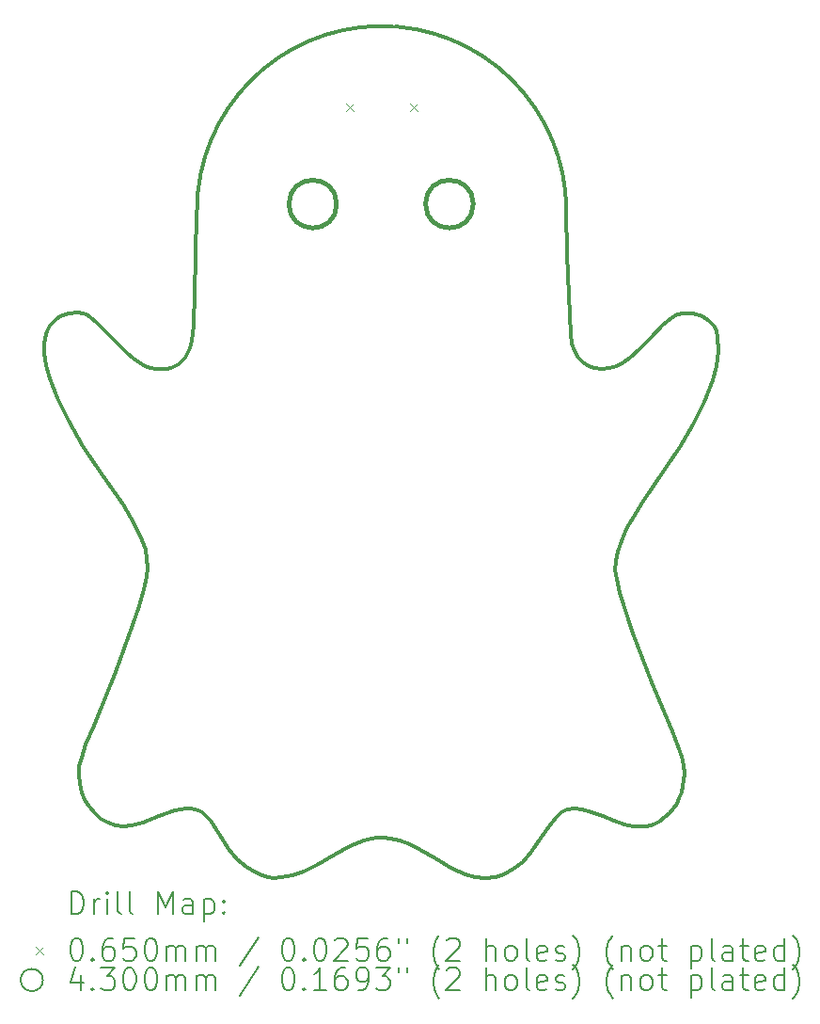
<source format=gbr>
%FSLAX45Y45*%
G04 Gerber Fmt 4.5, Leading zero omitted, Abs format (unit mm)*
G04 Created by KiCad (PCBNEW (6.0.6)) date 2022-10-05 22:34:14*
%MOMM*%
%LPD*%
G01*
G04 APERTURE LIST*
%TA.AperFunction,Profile*%
%ADD10C,0.300000*%
%TD*%
%ADD11C,0.200000*%
%ADD12C,0.065000*%
%ADD13C,0.430000*%
G04 APERTURE END LIST*
D10*
X14165534Y-12948374D02*
X14032297Y-12867136D01*
X15352915Y-12504058D02*
X15297854Y-12533234D01*
X16335806Y-12451747D02*
X16306145Y-12496456D01*
X11552212Y-10172466D02*
X11523596Y-10086528D01*
X11851240Y-8498668D02*
X11880884Y-8472019D01*
X11017384Y-11924848D02*
X11088428Y-11753956D01*
X12029609Y-12514532D02*
X11995982Y-12501872D01*
X10947073Y-8039519D02*
X10986286Y-8044952D01*
X12304391Y-12857536D02*
X12217735Y-12723640D01*
X10961246Y-12275545D02*
X10954519Y-12195929D01*
X15658981Y-8543221D02*
X15726076Y-8536117D01*
X13931621Y-12814823D02*
X13845763Y-12783523D01*
X16294406Y-11804972D02*
X16350308Y-11936806D01*
X15120967Y-12752506D02*
X15030424Y-12882950D01*
X11573614Y-10327419D02*
X11568479Y-10251925D01*
X14702846Y-13113038D02*
X14613473Y-13120688D01*
X15866044Y-12637187D02*
X15776188Y-12607949D01*
X13584295Y-12768272D02*
X13524412Y-12782462D01*
X16629898Y-8107739D02*
X16656001Y-8134949D01*
X14869585Y-13042586D02*
X14780369Y-13090543D01*
X10653353Y-8261287D02*
X10669792Y-8206291D01*
X12002585Y-7545233D02*
X12016994Y-7121818D01*
X14520308Y-13113476D02*
X14431405Y-13091417D01*
X14032297Y-12867136D02*
X13931621Y-12814823D01*
X16350308Y-11936806D02*
X16383200Y-12030143D01*
X10991626Y-9234189D02*
X10861229Y-9013155D01*
X10958407Y-12119563D02*
X10976701Y-12037964D01*
X16342736Y-8052491D02*
X16398874Y-8041315D01*
X15838849Y-10090492D02*
X15806785Y-10184392D01*
X10788839Y-8071397D02*
X10865615Y-8045264D01*
X11531918Y-12622826D02*
X11428012Y-12653033D01*
X16179151Y-12612896D02*
X16126370Y-12640387D01*
X16709750Y-8379368D02*
X16695542Y-8515684D01*
X10644986Y-8322529D02*
X10653353Y-8261287D01*
X16100410Y-8265440D02*
X16215649Y-8147921D01*
X15450889Y-8441532D02*
X15492523Y-8485803D01*
X10979558Y-12350932D02*
X10961246Y-12275545D01*
X11651045Y-8543095D02*
X11704652Y-8546358D01*
X15943489Y-12655031D02*
X15866044Y-12637187D01*
X15186298Y-12655967D02*
X15120967Y-12752506D01*
X11428012Y-12653033D02*
X11351098Y-12662180D01*
X11564779Y-10410390D02*
X11573614Y-10327419D01*
X13397185Y-12831824D02*
X13255562Y-12910424D01*
X13524412Y-12782462D02*
X13397185Y-12831824D01*
X13845763Y-12783523D02*
X13757014Y-12765305D01*
X11022754Y-8056286D02*
X11060345Y-8081138D01*
X15343001Y-7121818D02*
X15352757Y-7514542D01*
X15794311Y-10430965D02*
X15827561Y-10558210D01*
X14780369Y-13090543D02*
X14702846Y-13113038D01*
X15917950Y-8441203D02*
X15997237Y-8369456D01*
X16239424Y-9435007D02*
X16027054Y-9742620D01*
X15671438Y-12567251D02*
X15568234Y-12527444D01*
X16401230Y-12241624D02*
X16393160Y-12298166D01*
X16656001Y-8134949D02*
X16676669Y-8165921D01*
X11258182Y-8271340D02*
X11388112Y-8402427D01*
X12658993Y-13116395D02*
X12607367Y-13101095D01*
X15782494Y-10351413D02*
X15794311Y-10430965D01*
X11995982Y-12501872D02*
X11959468Y-12495785D01*
X13095145Y-13006432D02*
X12974659Y-13067440D01*
X15352757Y-7514542D02*
X15370726Y-8059048D01*
X12544627Y-13072903D02*
X12457892Y-13021528D01*
X11918413Y-12496378D02*
X11816068Y-12518263D01*
X15885572Y-9986929D02*
X15838849Y-10090492D01*
X15492523Y-8485803D02*
X15541525Y-8517729D01*
X14613473Y-13120688D02*
X14520308Y-13113476D01*
X15413390Y-12494348D02*
X15352915Y-12504058D01*
X11568479Y-10251925D02*
X11552212Y-10172466D01*
X11539006Y-10526926D02*
X11564779Y-10410390D01*
X12136402Y-12609136D02*
X12095783Y-12563365D01*
X16403525Y-12182974D02*
X16401230Y-12241624D01*
X11424296Y-9885115D02*
X11351128Y-9764601D01*
X16584065Y-8841748D02*
X16484858Y-9042924D01*
X15343006Y-7121818D02*
G75*
G03*
X13668430Y-5458855I-1661546J1468D01*
G01*
X13255562Y-12910424D02*
X13095145Y-13006432D01*
X11704652Y-8546358D02*
X11745397Y-8543346D01*
X11497340Y-10673856D02*
X11539006Y-10526926D01*
X12457892Y-13021528D02*
X12381134Y-12953278D01*
X16360283Y-12403555D02*
X16335806Y-12451747D01*
X11008642Y-12420977D02*
X10979558Y-12350932D01*
X10861229Y-9013155D02*
X10760849Y-8809870D01*
X11498074Y-8487162D02*
X11549200Y-8514403D01*
X15806785Y-10184392D02*
X15788348Y-10270672D01*
X10865615Y-8045264D02*
X10947073Y-8039519D01*
X16564240Y-8065901D02*
X16629898Y-8107739D01*
X15997237Y-8369456D02*
X16100410Y-8265440D01*
X15597239Y-8536975D02*
X15658981Y-8543221D01*
X12381134Y-12953278D02*
X12304391Y-12857536D01*
X16398874Y-8041315D02*
X16485343Y-8042906D01*
X11444855Y-8450133D02*
X11498074Y-8487162D01*
X11351098Y-12662180D02*
X11288153Y-12653080D01*
X11959468Y-12495785D02*
X11918413Y-12496378D01*
X11675771Y-12568750D02*
X11531918Y-12622826D01*
X11523596Y-10086528D02*
X11481370Y-9991581D01*
X15568234Y-12527444D02*
X15483686Y-12502637D01*
X11549200Y-8514403D02*
X11599717Y-8532747D01*
X10644644Y-8389828D02*
X10644986Y-8322529D01*
X11388112Y-8402427D02*
X11444855Y-8450133D01*
X16484858Y-9042924D02*
X16368463Y-9243493D01*
X10694378Y-8157740D02*
X10727146Y-8115841D01*
X11117261Y-8129984D02*
X11258182Y-8271340D01*
X16692796Y-8206415D02*
X16703645Y-8256932D01*
X15797840Y-8515356D02*
X15854242Y-8487552D01*
X16383200Y-12030143D02*
X16398998Y-12105404D01*
X15297854Y-12533234D02*
X15243794Y-12583378D01*
X11217032Y-12626026D02*
X11152714Y-12588200D01*
X11440861Y-10848025D02*
X11497340Y-10673856D01*
X16126370Y-12640387D02*
X16071154Y-12656591D01*
X16695542Y-8515684D02*
X16661575Y-8648407D01*
X15776188Y-12607949D02*
X15671438Y-12567251D01*
X12974659Y-13067440D02*
X12875000Y-13101751D01*
X10755449Y-8091457D02*
X10788839Y-8071397D01*
X11818738Y-8519461D02*
X11851240Y-8498668D01*
X12095783Y-12563365D02*
X12061985Y-12533579D01*
X16109650Y-11359048D02*
X16294406Y-11804972D01*
X10954519Y-12195929D02*
X10958407Y-12119563D01*
X10727146Y-8115841D02*
X10755449Y-8091457D01*
X15541525Y-8517729D02*
X15597239Y-8536975D01*
X10652230Y-8462950D02*
X10644644Y-8389828D01*
X13642570Y-12760811D02*
X13584295Y-12768272D01*
X14949794Y-12976505D02*
X14869585Y-13042586D01*
X14431405Y-13091417D02*
X14316431Y-13036466D01*
X16215649Y-8147921D02*
X16289036Y-8082481D01*
X11816068Y-12518263D02*
X11675771Y-12568750D01*
X16398998Y-12105404D02*
X16403525Y-12182974D01*
X15417325Y-8385238D02*
X15450889Y-8441532D01*
X11088428Y-11753956D02*
X11287811Y-11265460D01*
X14316431Y-13036466D02*
X14165534Y-12948374D01*
X16703645Y-8256932D02*
X16709750Y-8379368D01*
X12607367Y-13101095D02*
X12544627Y-13072903D01*
X11971318Y-8286530D02*
X11984273Y-8156678D01*
X16011022Y-12661493D02*
X15943489Y-12655031D01*
X12777025Y-13117597D02*
X12711539Y-13121123D01*
X11745397Y-8543346D02*
X11783426Y-8534370D01*
X16485343Y-8042906D02*
X16564240Y-8065901D01*
X15726076Y-8536117D02*
X15797840Y-8515356D01*
X15392488Y-8317252D02*
X15417325Y-8385238D01*
X16071154Y-12656591D02*
X16011022Y-12661493D01*
X11152714Y-12588200D02*
X11096017Y-12540697D01*
X12217735Y-12723640D02*
X12136402Y-12609136D01*
X15947954Y-9871659D02*
X15885572Y-9986929D01*
X16661575Y-8648407D02*
X16584065Y-8841748D01*
X16271489Y-12537371D02*
X16231993Y-12574151D01*
X11907641Y-8439564D02*
X11952241Y-8357389D01*
X11984273Y-8156678D02*
X12002585Y-7545233D01*
X15030424Y-12882950D02*
X14949794Y-12976505D01*
X15483686Y-12502637D02*
X15413390Y-12494348D01*
X10667716Y-8541721D02*
X10652230Y-8462950D01*
X11481370Y-9991581D02*
X11424296Y-9885115D01*
X11060345Y-8081138D02*
X11117261Y-8129984D01*
X12061985Y-12533579D02*
X12029609Y-12514532D01*
X13699925Y-12759872D02*
X13642570Y-12760811D01*
X13757014Y-12765305D02*
X13699925Y-12759872D01*
X11952241Y-8357389D02*
X11971318Y-8286530D01*
X12875000Y-13101751D02*
X12777025Y-13117597D01*
X16306145Y-12496456D02*
X16271489Y-12537371D01*
X15788348Y-10270672D02*
X15782494Y-10351413D01*
X11151544Y-9471351D02*
X10991626Y-9234189D01*
X11288153Y-12653080D02*
X11217032Y-12626026D01*
X15945331Y-10918774D02*
X16109650Y-11359048D01*
X10669792Y-8206291D02*
X10694378Y-8157740D01*
X15827561Y-10558210D02*
X15945331Y-10918774D01*
X11047730Y-12484591D02*
X11008642Y-12420977D01*
X15381451Y-8230519D02*
X15392488Y-8317252D01*
X16027054Y-9742620D02*
X15947954Y-9871659D01*
X15370726Y-8059048D02*
X15381451Y-8230519D01*
X10691023Y-8625927D02*
X10667716Y-8541721D01*
X11351128Y-9764601D02*
X11151544Y-9471351D01*
X16368463Y-9243493D02*
X16239424Y-9435007D01*
X13668430Y-5458855D02*
G75*
G03*
X12016994Y-7121818I11590J-1662985D01*
G01*
X10986286Y-8044952D02*
X11022754Y-8056286D01*
X11783426Y-8534370D02*
X11818738Y-8519461D01*
X11096017Y-12540697D02*
X11047730Y-12484591D01*
X11599717Y-8532747D02*
X11651045Y-8543095D01*
X15854242Y-8487552D02*
X15917950Y-8441203D01*
X10976701Y-12037964D02*
X11017384Y-11924848D01*
X11287811Y-11265460D02*
X11440861Y-10848025D01*
X15243794Y-12583378D02*
X15186298Y-12655967D01*
X10760849Y-8809870D02*
X10691023Y-8625927D01*
X16231993Y-12574151D02*
X16179151Y-12612896D01*
X16676669Y-8165921D02*
X16692796Y-8206415D01*
X16379470Y-12352258D02*
X16360283Y-12403555D01*
X11880884Y-8472019D02*
X11907641Y-8439564D01*
X16393160Y-12298166D02*
X16379470Y-12352258D01*
X16289036Y-8082481D02*
X16342736Y-8052491D01*
X12711539Y-13121123D02*
X12658993Y-13116395D01*
D11*
D12*
X13358500Y-6157800D02*
X13423500Y-6222800D01*
X13423500Y-6157800D02*
X13358500Y-6222800D01*
X13936500Y-6157800D02*
X14001500Y-6222800D01*
X14001500Y-6157800D02*
X13936500Y-6222800D01*
D13*
X13275000Y-7060000D02*
G75*
G03*
X13275000Y-7060000I-215000J0D01*
G01*
X14505000Y-7060000D02*
G75*
G03*
X14505000Y-7060000I-215000J0D01*
G01*
D11*
X10887263Y-13446600D02*
X10887263Y-13246600D01*
X10934882Y-13246600D01*
X10963454Y-13256123D01*
X10982501Y-13275171D01*
X10992025Y-13294219D01*
X11001549Y-13332314D01*
X11001549Y-13360885D01*
X10992025Y-13398981D01*
X10982501Y-13418028D01*
X10963454Y-13437076D01*
X10934882Y-13446600D01*
X10887263Y-13446600D01*
X11087263Y-13446600D02*
X11087263Y-13313266D01*
X11087263Y-13351361D02*
X11096787Y-13332314D01*
X11106311Y-13322790D01*
X11125358Y-13313266D01*
X11144406Y-13313266D01*
X11211073Y-13446600D02*
X11211073Y-13313266D01*
X11211073Y-13246600D02*
X11201549Y-13256123D01*
X11211073Y-13265647D01*
X11220596Y-13256123D01*
X11211073Y-13246600D01*
X11211073Y-13265647D01*
X11334882Y-13446600D02*
X11315835Y-13437076D01*
X11306311Y-13418028D01*
X11306311Y-13246600D01*
X11439644Y-13446600D02*
X11420596Y-13437076D01*
X11411073Y-13418028D01*
X11411073Y-13246600D01*
X11668216Y-13446600D02*
X11668216Y-13246600D01*
X11734882Y-13389457D01*
X11801549Y-13246600D01*
X11801549Y-13446600D01*
X11982501Y-13446600D02*
X11982501Y-13341838D01*
X11972977Y-13322790D01*
X11953930Y-13313266D01*
X11915835Y-13313266D01*
X11896787Y-13322790D01*
X11982501Y-13437076D02*
X11963454Y-13446600D01*
X11915835Y-13446600D01*
X11896787Y-13437076D01*
X11887263Y-13418028D01*
X11887263Y-13398981D01*
X11896787Y-13379933D01*
X11915835Y-13370409D01*
X11963454Y-13370409D01*
X11982501Y-13360885D01*
X12077739Y-13313266D02*
X12077739Y-13513266D01*
X12077739Y-13322790D02*
X12096787Y-13313266D01*
X12134882Y-13313266D01*
X12153930Y-13322790D01*
X12163454Y-13332314D01*
X12172977Y-13351361D01*
X12172977Y-13408504D01*
X12163454Y-13427552D01*
X12153930Y-13437076D01*
X12134882Y-13446600D01*
X12096787Y-13446600D01*
X12077739Y-13437076D01*
X12258692Y-13427552D02*
X12268216Y-13437076D01*
X12258692Y-13446600D01*
X12249168Y-13437076D01*
X12258692Y-13427552D01*
X12258692Y-13446600D01*
X12258692Y-13322790D02*
X12268216Y-13332314D01*
X12258692Y-13341838D01*
X12249168Y-13332314D01*
X12258692Y-13322790D01*
X12258692Y-13341838D01*
D12*
X10564644Y-13743623D02*
X10629644Y-13808623D01*
X10629644Y-13743623D02*
X10564644Y-13808623D01*
D11*
X10925358Y-13666600D02*
X10944406Y-13666600D01*
X10963454Y-13676123D01*
X10972978Y-13685647D01*
X10982501Y-13704695D01*
X10992025Y-13742790D01*
X10992025Y-13790409D01*
X10982501Y-13828504D01*
X10972978Y-13847552D01*
X10963454Y-13857076D01*
X10944406Y-13866600D01*
X10925358Y-13866600D01*
X10906311Y-13857076D01*
X10896787Y-13847552D01*
X10887263Y-13828504D01*
X10877739Y-13790409D01*
X10877739Y-13742790D01*
X10887263Y-13704695D01*
X10896787Y-13685647D01*
X10906311Y-13676123D01*
X10925358Y-13666600D01*
X11077739Y-13847552D02*
X11087263Y-13857076D01*
X11077739Y-13866600D01*
X11068216Y-13857076D01*
X11077739Y-13847552D01*
X11077739Y-13866600D01*
X11258692Y-13666600D02*
X11220596Y-13666600D01*
X11201549Y-13676123D01*
X11192025Y-13685647D01*
X11172978Y-13714219D01*
X11163454Y-13752314D01*
X11163454Y-13828504D01*
X11172978Y-13847552D01*
X11182501Y-13857076D01*
X11201549Y-13866600D01*
X11239644Y-13866600D01*
X11258692Y-13857076D01*
X11268216Y-13847552D01*
X11277739Y-13828504D01*
X11277739Y-13780885D01*
X11268216Y-13761838D01*
X11258692Y-13752314D01*
X11239644Y-13742790D01*
X11201549Y-13742790D01*
X11182501Y-13752314D01*
X11172978Y-13761838D01*
X11163454Y-13780885D01*
X11458692Y-13666600D02*
X11363454Y-13666600D01*
X11353930Y-13761838D01*
X11363454Y-13752314D01*
X11382501Y-13742790D01*
X11430120Y-13742790D01*
X11449168Y-13752314D01*
X11458692Y-13761838D01*
X11468216Y-13780885D01*
X11468216Y-13828504D01*
X11458692Y-13847552D01*
X11449168Y-13857076D01*
X11430120Y-13866600D01*
X11382501Y-13866600D01*
X11363454Y-13857076D01*
X11353930Y-13847552D01*
X11592025Y-13666600D02*
X11611073Y-13666600D01*
X11630120Y-13676123D01*
X11639644Y-13685647D01*
X11649168Y-13704695D01*
X11658692Y-13742790D01*
X11658692Y-13790409D01*
X11649168Y-13828504D01*
X11639644Y-13847552D01*
X11630120Y-13857076D01*
X11611073Y-13866600D01*
X11592025Y-13866600D01*
X11572977Y-13857076D01*
X11563454Y-13847552D01*
X11553930Y-13828504D01*
X11544406Y-13790409D01*
X11544406Y-13742790D01*
X11553930Y-13704695D01*
X11563454Y-13685647D01*
X11572977Y-13676123D01*
X11592025Y-13666600D01*
X11744406Y-13866600D02*
X11744406Y-13733266D01*
X11744406Y-13752314D02*
X11753930Y-13742790D01*
X11772977Y-13733266D01*
X11801549Y-13733266D01*
X11820596Y-13742790D01*
X11830120Y-13761838D01*
X11830120Y-13866600D01*
X11830120Y-13761838D02*
X11839644Y-13742790D01*
X11858692Y-13733266D01*
X11887263Y-13733266D01*
X11906311Y-13742790D01*
X11915835Y-13761838D01*
X11915835Y-13866600D01*
X12011073Y-13866600D02*
X12011073Y-13733266D01*
X12011073Y-13752314D02*
X12020596Y-13742790D01*
X12039644Y-13733266D01*
X12068216Y-13733266D01*
X12087263Y-13742790D01*
X12096787Y-13761838D01*
X12096787Y-13866600D01*
X12096787Y-13761838D02*
X12106311Y-13742790D01*
X12125358Y-13733266D01*
X12153930Y-13733266D01*
X12172977Y-13742790D01*
X12182501Y-13761838D01*
X12182501Y-13866600D01*
X12572977Y-13657076D02*
X12401549Y-13914219D01*
X12830120Y-13666600D02*
X12849168Y-13666600D01*
X12868216Y-13676123D01*
X12877739Y-13685647D01*
X12887263Y-13704695D01*
X12896787Y-13742790D01*
X12896787Y-13790409D01*
X12887263Y-13828504D01*
X12877739Y-13847552D01*
X12868216Y-13857076D01*
X12849168Y-13866600D01*
X12830120Y-13866600D01*
X12811073Y-13857076D01*
X12801549Y-13847552D01*
X12792025Y-13828504D01*
X12782501Y-13790409D01*
X12782501Y-13742790D01*
X12792025Y-13704695D01*
X12801549Y-13685647D01*
X12811073Y-13676123D01*
X12830120Y-13666600D01*
X12982501Y-13847552D02*
X12992025Y-13857076D01*
X12982501Y-13866600D01*
X12972977Y-13857076D01*
X12982501Y-13847552D01*
X12982501Y-13866600D01*
X13115835Y-13666600D02*
X13134882Y-13666600D01*
X13153930Y-13676123D01*
X13163454Y-13685647D01*
X13172977Y-13704695D01*
X13182501Y-13742790D01*
X13182501Y-13790409D01*
X13172977Y-13828504D01*
X13163454Y-13847552D01*
X13153930Y-13857076D01*
X13134882Y-13866600D01*
X13115835Y-13866600D01*
X13096787Y-13857076D01*
X13087263Y-13847552D01*
X13077739Y-13828504D01*
X13068216Y-13790409D01*
X13068216Y-13742790D01*
X13077739Y-13704695D01*
X13087263Y-13685647D01*
X13096787Y-13676123D01*
X13115835Y-13666600D01*
X13258692Y-13685647D02*
X13268216Y-13676123D01*
X13287263Y-13666600D01*
X13334882Y-13666600D01*
X13353930Y-13676123D01*
X13363454Y-13685647D01*
X13372977Y-13704695D01*
X13372977Y-13723742D01*
X13363454Y-13752314D01*
X13249168Y-13866600D01*
X13372977Y-13866600D01*
X13553930Y-13666600D02*
X13458692Y-13666600D01*
X13449168Y-13761838D01*
X13458692Y-13752314D01*
X13477739Y-13742790D01*
X13525358Y-13742790D01*
X13544406Y-13752314D01*
X13553930Y-13761838D01*
X13563454Y-13780885D01*
X13563454Y-13828504D01*
X13553930Y-13847552D01*
X13544406Y-13857076D01*
X13525358Y-13866600D01*
X13477739Y-13866600D01*
X13458692Y-13857076D01*
X13449168Y-13847552D01*
X13734882Y-13666600D02*
X13696787Y-13666600D01*
X13677739Y-13676123D01*
X13668216Y-13685647D01*
X13649168Y-13714219D01*
X13639644Y-13752314D01*
X13639644Y-13828504D01*
X13649168Y-13847552D01*
X13658692Y-13857076D01*
X13677739Y-13866600D01*
X13715835Y-13866600D01*
X13734882Y-13857076D01*
X13744406Y-13847552D01*
X13753930Y-13828504D01*
X13753930Y-13780885D01*
X13744406Y-13761838D01*
X13734882Y-13752314D01*
X13715835Y-13742790D01*
X13677739Y-13742790D01*
X13658692Y-13752314D01*
X13649168Y-13761838D01*
X13639644Y-13780885D01*
X13830120Y-13666600D02*
X13830120Y-13704695D01*
X13906311Y-13666600D02*
X13906311Y-13704695D01*
X14201549Y-13942790D02*
X14192025Y-13933266D01*
X14172977Y-13904695D01*
X14163454Y-13885647D01*
X14153930Y-13857076D01*
X14144406Y-13809457D01*
X14144406Y-13771361D01*
X14153930Y-13723742D01*
X14163454Y-13695171D01*
X14172977Y-13676123D01*
X14192025Y-13647552D01*
X14201549Y-13638028D01*
X14268216Y-13685647D02*
X14277739Y-13676123D01*
X14296787Y-13666600D01*
X14344406Y-13666600D01*
X14363454Y-13676123D01*
X14372977Y-13685647D01*
X14382501Y-13704695D01*
X14382501Y-13723742D01*
X14372977Y-13752314D01*
X14258692Y-13866600D01*
X14382501Y-13866600D01*
X14620596Y-13866600D02*
X14620596Y-13666600D01*
X14706311Y-13866600D02*
X14706311Y-13761838D01*
X14696787Y-13742790D01*
X14677739Y-13733266D01*
X14649168Y-13733266D01*
X14630120Y-13742790D01*
X14620596Y-13752314D01*
X14830120Y-13866600D02*
X14811073Y-13857076D01*
X14801549Y-13847552D01*
X14792025Y-13828504D01*
X14792025Y-13771361D01*
X14801549Y-13752314D01*
X14811073Y-13742790D01*
X14830120Y-13733266D01*
X14858692Y-13733266D01*
X14877739Y-13742790D01*
X14887263Y-13752314D01*
X14896787Y-13771361D01*
X14896787Y-13828504D01*
X14887263Y-13847552D01*
X14877739Y-13857076D01*
X14858692Y-13866600D01*
X14830120Y-13866600D01*
X15011073Y-13866600D02*
X14992025Y-13857076D01*
X14982501Y-13838028D01*
X14982501Y-13666600D01*
X15163454Y-13857076D02*
X15144406Y-13866600D01*
X15106311Y-13866600D01*
X15087263Y-13857076D01*
X15077739Y-13838028D01*
X15077739Y-13761838D01*
X15087263Y-13742790D01*
X15106311Y-13733266D01*
X15144406Y-13733266D01*
X15163454Y-13742790D01*
X15172977Y-13761838D01*
X15172977Y-13780885D01*
X15077739Y-13799933D01*
X15249168Y-13857076D02*
X15268216Y-13866600D01*
X15306311Y-13866600D01*
X15325358Y-13857076D01*
X15334882Y-13838028D01*
X15334882Y-13828504D01*
X15325358Y-13809457D01*
X15306311Y-13799933D01*
X15277739Y-13799933D01*
X15258692Y-13790409D01*
X15249168Y-13771361D01*
X15249168Y-13761838D01*
X15258692Y-13742790D01*
X15277739Y-13733266D01*
X15306311Y-13733266D01*
X15325358Y-13742790D01*
X15401549Y-13942790D02*
X15411073Y-13933266D01*
X15430120Y-13904695D01*
X15439644Y-13885647D01*
X15449168Y-13857076D01*
X15458692Y-13809457D01*
X15458692Y-13771361D01*
X15449168Y-13723742D01*
X15439644Y-13695171D01*
X15430120Y-13676123D01*
X15411073Y-13647552D01*
X15401549Y-13638028D01*
X15763454Y-13942790D02*
X15753930Y-13933266D01*
X15734882Y-13904695D01*
X15725358Y-13885647D01*
X15715835Y-13857076D01*
X15706311Y-13809457D01*
X15706311Y-13771361D01*
X15715835Y-13723742D01*
X15725358Y-13695171D01*
X15734882Y-13676123D01*
X15753930Y-13647552D01*
X15763454Y-13638028D01*
X15839644Y-13733266D02*
X15839644Y-13866600D01*
X15839644Y-13752314D02*
X15849168Y-13742790D01*
X15868216Y-13733266D01*
X15896787Y-13733266D01*
X15915835Y-13742790D01*
X15925358Y-13761838D01*
X15925358Y-13866600D01*
X16049168Y-13866600D02*
X16030120Y-13857076D01*
X16020596Y-13847552D01*
X16011073Y-13828504D01*
X16011073Y-13771361D01*
X16020596Y-13752314D01*
X16030120Y-13742790D01*
X16049168Y-13733266D01*
X16077739Y-13733266D01*
X16096787Y-13742790D01*
X16106311Y-13752314D01*
X16115835Y-13771361D01*
X16115835Y-13828504D01*
X16106311Y-13847552D01*
X16096787Y-13857076D01*
X16077739Y-13866600D01*
X16049168Y-13866600D01*
X16172977Y-13733266D02*
X16249168Y-13733266D01*
X16201549Y-13666600D02*
X16201549Y-13838028D01*
X16211073Y-13857076D01*
X16230120Y-13866600D01*
X16249168Y-13866600D01*
X16468216Y-13733266D02*
X16468216Y-13933266D01*
X16468216Y-13742790D02*
X16487263Y-13733266D01*
X16525358Y-13733266D01*
X16544406Y-13742790D01*
X16553930Y-13752314D01*
X16563454Y-13771361D01*
X16563454Y-13828504D01*
X16553930Y-13847552D01*
X16544406Y-13857076D01*
X16525358Y-13866600D01*
X16487263Y-13866600D01*
X16468216Y-13857076D01*
X16677739Y-13866600D02*
X16658692Y-13857076D01*
X16649168Y-13838028D01*
X16649168Y-13666600D01*
X16839644Y-13866600D02*
X16839644Y-13761838D01*
X16830120Y-13742790D01*
X16811073Y-13733266D01*
X16772977Y-13733266D01*
X16753930Y-13742790D01*
X16839644Y-13857076D02*
X16820597Y-13866600D01*
X16772977Y-13866600D01*
X16753930Y-13857076D01*
X16744406Y-13838028D01*
X16744406Y-13818981D01*
X16753930Y-13799933D01*
X16772977Y-13790409D01*
X16820597Y-13790409D01*
X16839644Y-13780885D01*
X16906311Y-13733266D02*
X16982501Y-13733266D01*
X16934882Y-13666600D02*
X16934882Y-13838028D01*
X16944406Y-13857076D01*
X16963454Y-13866600D01*
X16982501Y-13866600D01*
X17125358Y-13857076D02*
X17106311Y-13866600D01*
X17068216Y-13866600D01*
X17049168Y-13857076D01*
X17039644Y-13838028D01*
X17039644Y-13761838D01*
X17049168Y-13742790D01*
X17068216Y-13733266D01*
X17106311Y-13733266D01*
X17125358Y-13742790D01*
X17134882Y-13761838D01*
X17134882Y-13780885D01*
X17039644Y-13799933D01*
X17306311Y-13866600D02*
X17306311Y-13666600D01*
X17306311Y-13857076D02*
X17287263Y-13866600D01*
X17249168Y-13866600D01*
X17230120Y-13857076D01*
X17220597Y-13847552D01*
X17211073Y-13828504D01*
X17211073Y-13771361D01*
X17220597Y-13752314D01*
X17230120Y-13742790D01*
X17249168Y-13733266D01*
X17287263Y-13733266D01*
X17306311Y-13742790D01*
X17382501Y-13942790D02*
X17392025Y-13933266D01*
X17411073Y-13904695D01*
X17420597Y-13885647D01*
X17430120Y-13857076D01*
X17439644Y-13809457D01*
X17439644Y-13771361D01*
X17430120Y-13723742D01*
X17420597Y-13695171D01*
X17411073Y-13676123D01*
X17392025Y-13647552D01*
X17382501Y-13638028D01*
X10629644Y-14040123D02*
G75*
G03*
X10629644Y-14040123I-100000J0D01*
G01*
X10972978Y-13997266D02*
X10972978Y-14130600D01*
X10925358Y-13921076D02*
X10877739Y-14063933D01*
X11001549Y-14063933D01*
X11077739Y-14111552D02*
X11087263Y-14121076D01*
X11077739Y-14130600D01*
X11068216Y-14121076D01*
X11077739Y-14111552D01*
X11077739Y-14130600D01*
X11153930Y-13930600D02*
X11277739Y-13930600D01*
X11211073Y-14006790D01*
X11239644Y-14006790D01*
X11258692Y-14016314D01*
X11268216Y-14025838D01*
X11277739Y-14044885D01*
X11277739Y-14092504D01*
X11268216Y-14111552D01*
X11258692Y-14121076D01*
X11239644Y-14130600D01*
X11182501Y-14130600D01*
X11163454Y-14121076D01*
X11153930Y-14111552D01*
X11401549Y-13930600D02*
X11420596Y-13930600D01*
X11439644Y-13940123D01*
X11449168Y-13949647D01*
X11458692Y-13968695D01*
X11468216Y-14006790D01*
X11468216Y-14054409D01*
X11458692Y-14092504D01*
X11449168Y-14111552D01*
X11439644Y-14121076D01*
X11420596Y-14130600D01*
X11401549Y-14130600D01*
X11382501Y-14121076D01*
X11372977Y-14111552D01*
X11363454Y-14092504D01*
X11353930Y-14054409D01*
X11353930Y-14006790D01*
X11363454Y-13968695D01*
X11372977Y-13949647D01*
X11382501Y-13940123D01*
X11401549Y-13930600D01*
X11592025Y-13930600D02*
X11611073Y-13930600D01*
X11630120Y-13940123D01*
X11639644Y-13949647D01*
X11649168Y-13968695D01*
X11658692Y-14006790D01*
X11658692Y-14054409D01*
X11649168Y-14092504D01*
X11639644Y-14111552D01*
X11630120Y-14121076D01*
X11611073Y-14130600D01*
X11592025Y-14130600D01*
X11572977Y-14121076D01*
X11563454Y-14111552D01*
X11553930Y-14092504D01*
X11544406Y-14054409D01*
X11544406Y-14006790D01*
X11553930Y-13968695D01*
X11563454Y-13949647D01*
X11572977Y-13940123D01*
X11592025Y-13930600D01*
X11744406Y-14130600D02*
X11744406Y-13997266D01*
X11744406Y-14016314D02*
X11753930Y-14006790D01*
X11772977Y-13997266D01*
X11801549Y-13997266D01*
X11820596Y-14006790D01*
X11830120Y-14025838D01*
X11830120Y-14130600D01*
X11830120Y-14025838D02*
X11839644Y-14006790D01*
X11858692Y-13997266D01*
X11887263Y-13997266D01*
X11906311Y-14006790D01*
X11915835Y-14025838D01*
X11915835Y-14130600D01*
X12011073Y-14130600D02*
X12011073Y-13997266D01*
X12011073Y-14016314D02*
X12020596Y-14006790D01*
X12039644Y-13997266D01*
X12068216Y-13997266D01*
X12087263Y-14006790D01*
X12096787Y-14025838D01*
X12096787Y-14130600D01*
X12096787Y-14025838D02*
X12106311Y-14006790D01*
X12125358Y-13997266D01*
X12153930Y-13997266D01*
X12172977Y-14006790D01*
X12182501Y-14025838D01*
X12182501Y-14130600D01*
X12572977Y-13921076D02*
X12401549Y-14178219D01*
X12830120Y-13930600D02*
X12849168Y-13930600D01*
X12868216Y-13940123D01*
X12877739Y-13949647D01*
X12887263Y-13968695D01*
X12896787Y-14006790D01*
X12896787Y-14054409D01*
X12887263Y-14092504D01*
X12877739Y-14111552D01*
X12868216Y-14121076D01*
X12849168Y-14130600D01*
X12830120Y-14130600D01*
X12811073Y-14121076D01*
X12801549Y-14111552D01*
X12792025Y-14092504D01*
X12782501Y-14054409D01*
X12782501Y-14006790D01*
X12792025Y-13968695D01*
X12801549Y-13949647D01*
X12811073Y-13940123D01*
X12830120Y-13930600D01*
X12982501Y-14111552D02*
X12992025Y-14121076D01*
X12982501Y-14130600D01*
X12972977Y-14121076D01*
X12982501Y-14111552D01*
X12982501Y-14130600D01*
X13182501Y-14130600D02*
X13068216Y-14130600D01*
X13125358Y-14130600D02*
X13125358Y-13930600D01*
X13106311Y-13959171D01*
X13087263Y-13978219D01*
X13068216Y-13987742D01*
X13353930Y-13930600D02*
X13315835Y-13930600D01*
X13296787Y-13940123D01*
X13287263Y-13949647D01*
X13268216Y-13978219D01*
X13258692Y-14016314D01*
X13258692Y-14092504D01*
X13268216Y-14111552D01*
X13277739Y-14121076D01*
X13296787Y-14130600D01*
X13334882Y-14130600D01*
X13353930Y-14121076D01*
X13363454Y-14111552D01*
X13372977Y-14092504D01*
X13372977Y-14044885D01*
X13363454Y-14025838D01*
X13353930Y-14016314D01*
X13334882Y-14006790D01*
X13296787Y-14006790D01*
X13277739Y-14016314D01*
X13268216Y-14025838D01*
X13258692Y-14044885D01*
X13468216Y-14130600D02*
X13506311Y-14130600D01*
X13525358Y-14121076D01*
X13534882Y-14111552D01*
X13553930Y-14082981D01*
X13563454Y-14044885D01*
X13563454Y-13968695D01*
X13553930Y-13949647D01*
X13544406Y-13940123D01*
X13525358Y-13930600D01*
X13487263Y-13930600D01*
X13468216Y-13940123D01*
X13458692Y-13949647D01*
X13449168Y-13968695D01*
X13449168Y-14016314D01*
X13458692Y-14035361D01*
X13468216Y-14044885D01*
X13487263Y-14054409D01*
X13525358Y-14054409D01*
X13544406Y-14044885D01*
X13553930Y-14035361D01*
X13563454Y-14016314D01*
X13630120Y-13930600D02*
X13753930Y-13930600D01*
X13687263Y-14006790D01*
X13715835Y-14006790D01*
X13734882Y-14016314D01*
X13744406Y-14025838D01*
X13753930Y-14044885D01*
X13753930Y-14092504D01*
X13744406Y-14111552D01*
X13734882Y-14121076D01*
X13715835Y-14130600D01*
X13658692Y-14130600D01*
X13639644Y-14121076D01*
X13630120Y-14111552D01*
X13830120Y-13930600D02*
X13830120Y-13968695D01*
X13906311Y-13930600D02*
X13906311Y-13968695D01*
X14201549Y-14206790D02*
X14192025Y-14197266D01*
X14172977Y-14168695D01*
X14163454Y-14149647D01*
X14153930Y-14121076D01*
X14144406Y-14073457D01*
X14144406Y-14035361D01*
X14153930Y-13987742D01*
X14163454Y-13959171D01*
X14172977Y-13940123D01*
X14192025Y-13911552D01*
X14201549Y-13902028D01*
X14268216Y-13949647D02*
X14277739Y-13940123D01*
X14296787Y-13930600D01*
X14344406Y-13930600D01*
X14363454Y-13940123D01*
X14372977Y-13949647D01*
X14382501Y-13968695D01*
X14382501Y-13987742D01*
X14372977Y-14016314D01*
X14258692Y-14130600D01*
X14382501Y-14130600D01*
X14620596Y-14130600D02*
X14620596Y-13930600D01*
X14706311Y-14130600D02*
X14706311Y-14025838D01*
X14696787Y-14006790D01*
X14677739Y-13997266D01*
X14649168Y-13997266D01*
X14630120Y-14006790D01*
X14620596Y-14016314D01*
X14830120Y-14130600D02*
X14811073Y-14121076D01*
X14801549Y-14111552D01*
X14792025Y-14092504D01*
X14792025Y-14035361D01*
X14801549Y-14016314D01*
X14811073Y-14006790D01*
X14830120Y-13997266D01*
X14858692Y-13997266D01*
X14877739Y-14006790D01*
X14887263Y-14016314D01*
X14896787Y-14035361D01*
X14896787Y-14092504D01*
X14887263Y-14111552D01*
X14877739Y-14121076D01*
X14858692Y-14130600D01*
X14830120Y-14130600D01*
X15011073Y-14130600D02*
X14992025Y-14121076D01*
X14982501Y-14102028D01*
X14982501Y-13930600D01*
X15163454Y-14121076D02*
X15144406Y-14130600D01*
X15106311Y-14130600D01*
X15087263Y-14121076D01*
X15077739Y-14102028D01*
X15077739Y-14025838D01*
X15087263Y-14006790D01*
X15106311Y-13997266D01*
X15144406Y-13997266D01*
X15163454Y-14006790D01*
X15172977Y-14025838D01*
X15172977Y-14044885D01*
X15077739Y-14063933D01*
X15249168Y-14121076D02*
X15268216Y-14130600D01*
X15306311Y-14130600D01*
X15325358Y-14121076D01*
X15334882Y-14102028D01*
X15334882Y-14092504D01*
X15325358Y-14073457D01*
X15306311Y-14063933D01*
X15277739Y-14063933D01*
X15258692Y-14054409D01*
X15249168Y-14035361D01*
X15249168Y-14025838D01*
X15258692Y-14006790D01*
X15277739Y-13997266D01*
X15306311Y-13997266D01*
X15325358Y-14006790D01*
X15401549Y-14206790D02*
X15411073Y-14197266D01*
X15430120Y-14168695D01*
X15439644Y-14149647D01*
X15449168Y-14121076D01*
X15458692Y-14073457D01*
X15458692Y-14035361D01*
X15449168Y-13987742D01*
X15439644Y-13959171D01*
X15430120Y-13940123D01*
X15411073Y-13911552D01*
X15401549Y-13902028D01*
X15763454Y-14206790D02*
X15753930Y-14197266D01*
X15734882Y-14168695D01*
X15725358Y-14149647D01*
X15715835Y-14121076D01*
X15706311Y-14073457D01*
X15706311Y-14035361D01*
X15715835Y-13987742D01*
X15725358Y-13959171D01*
X15734882Y-13940123D01*
X15753930Y-13911552D01*
X15763454Y-13902028D01*
X15839644Y-13997266D02*
X15839644Y-14130600D01*
X15839644Y-14016314D02*
X15849168Y-14006790D01*
X15868216Y-13997266D01*
X15896787Y-13997266D01*
X15915835Y-14006790D01*
X15925358Y-14025838D01*
X15925358Y-14130600D01*
X16049168Y-14130600D02*
X16030120Y-14121076D01*
X16020596Y-14111552D01*
X16011073Y-14092504D01*
X16011073Y-14035361D01*
X16020596Y-14016314D01*
X16030120Y-14006790D01*
X16049168Y-13997266D01*
X16077739Y-13997266D01*
X16096787Y-14006790D01*
X16106311Y-14016314D01*
X16115835Y-14035361D01*
X16115835Y-14092504D01*
X16106311Y-14111552D01*
X16096787Y-14121076D01*
X16077739Y-14130600D01*
X16049168Y-14130600D01*
X16172977Y-13997266D02*
X16249168Y-13997266D01*
X16201549Y-13930600D02*
X16201549Y-14102028D01*
X16211073Y-14121076D01*
X16230120Y-14130600D01*
X16249168Y-14130600D01*
X16468216Y-13997266D02*
X16468216Y-14197266D01*
X16468216Y-14006790D02*
X16487263Y-13997266D01*
X16525358Y-13997266D01*
X16544406Y-14006790D01*
X16553930Y-14016314D01*
X16563454Y-14035361D01*
X16563454Y-14092504D01*
X16553930Y-14111552D01*
X16544406Y-14121076D01*
X16525358Y-14130600D01*
X16487263Y-14130600D01*
X16468216Y-14121076D01*
X16677739Y-14130600D02*
X16658692Y-14121076D01*
X16649168Y-14102028D01*
X16649168Y-13930600D01*
X16839644Y-14130600D02*
X16839644Y-14025838D01*
X16830120Y-14006790D01*
X16811073Y-13997266D01*
X16772977Y-13997266D01*
X16753930Y-14006790D01*
X16839644Y-14121076D02*
X16820597Y-14130600D01*
X16772977Y-14130600D01*
X16753930Y-14121076D01*
X16744406Y-14102028D01*
X16744406Y-14082981D01*
X16753930Y-14063933D01*
X16772977Y-14054409D01*
X16820597Y-14054409D01*
X16839644Y-14044885D01*
X16906311Y-13997266D02*
X16982501Y-13997266D01*
X16934882Y-13930600D02*
X16934882Y-14102028D01*
X16944406Y-14121076D01*
X16963454Y-14130600D01*
X16982501Y-14130600D01*
X17125358Y-14121076D02*
X17106311Y-14130600D01*
X17068216Y-14130600D01*
X17049168Y-14121076D01*
X17039644Y-14102028D01*
X17039644Y-14025838D01*
X17049168Y-14006790D01*
X17068216Y-13997266D01*
X17106311Y-13997266D01*
X17125358Y-14006790D01*
X17134882Y-14025838D01*
X17134882Y-14044885D01*
X17039644Y-14063933D01*
X17306311Y-14130600D02*
X17306311Y-13930600D01*
X17306311Y-14121076D02*
X17287263Y-14130600D01*
X17249168Y-14130600D01*
X17230120Y-14121076D01*
X17220597Y-14111552D01*
X17211073Y-14092504D01*
X17211073Y-14035361D01*
X17220597Y-14016314D01*
X17230120Y-14006790D01*
X17249168Y-13997266D01*
X17287263Y-13997266D01*
X17306311Y-14006790D01*
X17382501Y-14206790D02*
X17392025Y-14197266D01*
X17411073Y-14168695D01*
X17420597Y-14149647D01*
X17430120Y-14121076D01*
X17439644Y-14073457D01*
X17439644Y-14035361D01*
X17430120Y-13987742D01*
X17420597Y-13959171D01*
X17411073Y-13940123D01*
X17392025Y-13911552D01*
X17382501Y-13902028D01*
M02*

</source>
